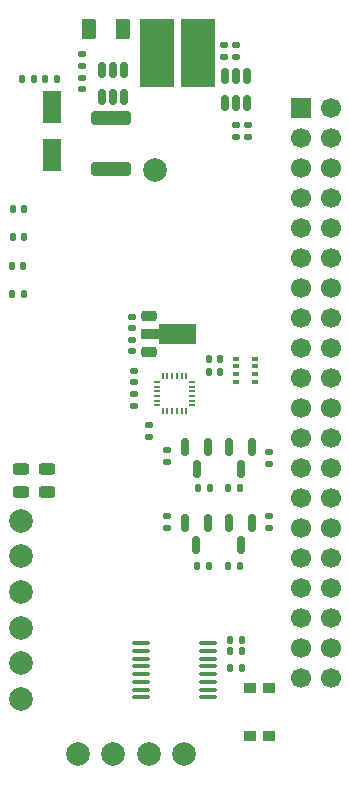
<source format=gbr>
%TF.GenerationSoftware,KiCad,Pcbnew,9.0.1*%
%TF.CreationDate,2025-11-12T14:17:17-05:00*%
%TF.ProjectId,Drone-Flight-Controller,44726f6e-652d-4466-9c69-6768742d436f,rev?*%
%TF.SameCoordinates,Original*%
%TF.FileFunction,Soldermask,Top*%
%TF.FilePolarity,Negative*%
%FSLAX46Y46*%
G04 Gerber Fmt 4.6, Leading zero omitted, Abs format (unit mm)*
G04 Created by KiCad (PCBNEW 9.0.1) date 2025-11-12 14:17:17*
%MOMM*%
%LPD*%
G01*
G04 APERTURE LIST*
G04 Aperture macros list*
%AMRoundRect*
0 Rectangle with rounded corners*
0 $1 Rounding radius*
0 $2 $3 $4 $5 $6 $7 $8 $9 X,Y pos of 4 corners*
0 Add a 4 corners polygon primitive as box body*
4,1,4,$2,$3,$4,$5,$6,$7,$8,$9,$2,$3,0*
0 Add four circle primitives for the rounded corners*
1,1,$1+$1,$2,$3*
1,1,$1+$1,$4,$5*
1,1,$1+$1,$6,$7*
1,1,$1+$1,$8,$9*
0 Add four rect primitives between the rounded corners*
20,1,$1+$1,$2,$3,$4,$5,0*
20,1,$1+$1,$4,$5,$6,$7,0*
20,1,$1+$1,$6,$7,$8,$9,0*
20,1,$1+$1,$8,$9,$2,$3,0*%
%AMFreePoly0*
4,1,9,3.862500,-0.866500,0.737500,-0.866500,0.737500,-0.450000,-0.737500,-0.450000,-0.737500,0.450000,0.737500,0.450000,0.737500,0.866500,3.862500,0.866500,3.862500,-0.866500,3.862500,-0.866500,$1*%
G04 Aperture macros list end*
%ADD10RoundRect,0.140000X0.170000X-0.140000X0.170000X0.140000X-0.170000X0.140000X-0.170000X-0.140000X0*%
%ADD11RoundRect,0.250000X0.375000X0.625000X-0.375000X0.625000X-0.375000X-0.625000X0.375000X-0.625000X0*%
%ADD12C,2.000000*%
%ADD13RoundRect,0.135000X-0.135000X-0.185000X0.135000X-0.185000X0.135000X0.185000X-0.135000X0.185000X0*%
%ADD14RoundRect,0.140000X-0.170000X0.140000X-0.170000X-0.140000X0.170000X-0.140000X0.170000X0.140000X0*%
%ADD15RoundRect,0.135000X-0.185000X0.135000X-0.185000X-0.135000X0.185000X-0.135000X0.185000X0.135000X0*%
%ADD16R,3.000000X5.835000*%
%ADD17R,0.500000X0.350000*%
%ADD18RoundRect,0.243750X0.456250X-0.243750X0.456250X0.243750X-0.456250X0.243750X-0.456250X-0.243750X0*%
%ADD19R,1.000000X0.900000*%
%ADD20RoundRect,0.100000X-0.637500X-0.100000X0.637500X-0.100000X0.637500X0.100000X-0.637500X0.100000X0*%
%ADD21RoundRect,0.135000X0.185000X-0.135000X0.185000X0.135000X-0.185000X0.135000X-0.185000X-0.135000X0*%
%ADD22RoundRect,0.150000X0.150000X-0.512500X0.150000X0.512500X-0.150000X0.512500X-0.150000X-0.512500X0*%
%ADD23RoundRect,0.135000X0.135000X0.185000X-0.135000X0.185000X-0.135000X-0.185000X0.135000X-0.185000X0*%
%ADD24RoundRect,0.147500X-0.147500X-0.172500X0.147500X-0.172500X0.147500X0.172500X-0.147500X0.172500X0*%
%ADD25RoundRect,0.150000X-0.150000X0.512500X-0.150000X-0.512500X0.150000X-0.512500X0.150000X0.512500X0*%
%ADD26RoundRect,0.225000X-0.425000X-0.225000X0.425000X-0.225000X0.425000X0.225000X-0.425000X0.225000X0*%
%ADD27FreePoly0,0.000000*%
%ADD28RoundRect,0.243750X-0.456250X0.243750X-0.456250X-0.243750X0.456250X-0.243750X0.456250X0.243750X0*%
%ADD29RoundRect,0.150000X-0.150000X0.587500X-0.150000X-0.587500X0.150000X-0.587500X0.150000X0.587500X0*%
%ADD30RoundRect,0.250000X-1.450000X0.312500X-1.450000X-0.312500X1.450000X-0.312500X1.450000X0.312500X0*%
%ADD31RoundRect,0.140000X-0.140000X-0.170000X0.140000X-0.170000X0.140000X0.170000X-0.140000X0.170000X0*%
%ADD32RoundRect,0.140000X0.140000X0.170000X-0.140000X0.170000X-0.140000X-0.170000X0.140000X-0.170000X0*%
%ADD33RoundRect,0.050000X-0.050000X0.225000X-0.050000X-0.225000X0.050000X-0.225000X0.050000X0.225000X0*%
%ADD34RoundRect,0.050000X-0.225000X-0.050000X0.225000X-0.050000X0.225000X0.050000X-0.225000X0.050000X0*%
%ADD35RoundRect,0.250000X0.550000X-1.137500X0.550000X1.137500X-0.550000X1.137500X-0.550000X-1.137500X0*%
%ADD36R,1.700000X1.700000*%
%ADD37C,1.700000*%
G04 APERTURE END LIST*
D10*
%TO.C,C3*%
X23600000Y-41080000D03*
X23600000Y-40120000D03*
%TD*%
D11*
%TO.C,F1*%
X22800000Y-13800000D03*
X20000000Y-13800000D03*
%TD*%
D12*
%TO.C,J10*%
X19000000Y-75200000D03*
%TD*%
D13*
%TO.C,R4*%
X16200000Y-18000000D03*
X17220000Y-18000000D03*
%TD*%
D14*
%TO.C,C9*%
X23800000Y-44720000D03*
X23800000Y-45680000D03*
%TD*%
D15*
%TO.C,R6*%
X32400000Y-21890000D03*
X32400000Y-22910000D03*
%TD*%
D16*
%TO.C,J2*%
X25700000Y-15800000D03*
%TD*%
D14*
%TO.C,C7*%
X25000000Y-47320000D03*
X25000000Y-48280000D03*
%TD*%
D17*
%TO.C,U5*%
X33985000Y-41700000D03*
X33985000Y-42350000D03*
X33985000Y-43000000D03*
X33985000Y-43650000D03*
X32385000Y-43650000D03*
X32385000Y-43000000D03*
X32385000Y-42350000D03*
X32385000Y-41700000D03*
%TD*%
D12*
%TO.C,J6*%
X14185000Y-61475000D03*
%TD*%
D18*
%TO.C,D5*%
X14200000Y-52937500D03*
X14200000Y-51062500D03*
%TD*%
D13*
%TO.C,R15*%
X29180000Y-52600000D03*
X30200000Y-52600000D03*
%TD*%
D19*
%TO.C,SW1*%
X35200000Y-69550000D03*
X35200000Y-73650000D03*
X33600000Y-69550000D03*
X33600000Y-73650000D03*
%TD*%
D13*
%TO.C,R17*%
X29077500Y-59200000D03*
X30097500Y-59200000D03*
%TD*%
D20*
%TO.C,U6*%
X24322500Y-65800000D03*
X24322500Y-66450000D03*
X24322500Y-67100000D03*
X24322500Y-67750000D03*
X24322500Y-68400000D03*
X24322500Y-69050000D03*
X24322500Y-69700000D03*
X24322500Y-70350000D03*
X30047500Y-70350000D03*
X30047500Y-69700000D03*
X30047500Y-69050000D03*
X30047500Y-68400000D03*
X30047500Y-67750000D03*
X30047500Y-67100000D03*
X30047500Y-66450000D03*
X30047500Y-65800000D03*
%TD*%
D15*
%TO.C,R1*%
X31385000Y-15165000D03*
X31385000Y-16185000D03*
%TD*%
D21*
%TO.C,R5*%
X33400000Y-22910000D03*
X33400000Y-21890000D03*
%TD*%
D22*
%TO.C,U2*%
X21050000Y-19537500D03*
X22000000Y-19537500D03*
X22950000Y-19537500D03*
X22950000Y-17262500D03*
X22000000Y-17262500D03*
X21050000Y-17262500D03*
%TD*%
D23*
%TO.C,R18*%
X32710000Y-59200000D03*
X31690000Y-59200000D03*
%TD*%
D14*
%TO.C,C6*%
X23800000Y-42720000D03*
X23800000Y-43680000D03*
%TD*%
D24*
%TO.C,D1*%
X13515000Y-29000000D03*
X14485000Y-29000000D03*
%TD*%
D21*
%TO.C,R2*%
X32385000Y-16185000D03*
X32385000Y-15165000D03*
%TD*%
D25*
%TO.C,U3*%
X33335000Y-17737500D03*
X32385000Y-17737500D03*
X31435000Y-17737500D03*
X31435000Y-20012500D03*
X32385000Y-20012500D03*
X33335000Y-20012500D03*
%TD*%
D26*
%TO.C,U1*%
X25050000Y-38100000D03*
D27*
X25137500Y-39600000D03*
D26*
X25050000Y-41100000D03*
%TD*%
D28*
%TO.C,D4*%
X16400000Y-51062500D03*
X16400000Y-52937500D03*
%TD*%
D29*
%TO.C,Q2*%
X30012500Y-49125000D03*
X28112500Y-49125000D03*
X29062500Y-51000000D03*
%TD*%
D30*
%TO.C,L1*%
X21785000Y-21337500D03*
X21785000Y-25612500D03*
%TD*%
D15*
%TO.C,R13*%
X26587500Y-55000000D03*
X26587500Y-56020000D03*
%TD*%
D13*
%TO.C,R3*%
X14290000Y-18000000D03*
X15310000Y-18000000D03*
%TD*%
D23*
%TO.C,R16*%
X32710000Y-52600000D03*
X31690000Y-52600000D03*
%TD*%
D31*
%TO.C,C10*%
X30105000Y-41675000D03*
X31065000Y-41675000D03*
%TD*%
D12*
%TO.C,J12*%
X25000000Y-75200000D03*
%TD*%
%TO.C,J11*%
X22000000Y-75200000D03*
%TD*%
D29*
%TO.C,Q4*%
X30000000Y-55600000D03*
X28100000Y-55600000D03*
X29050000Y-57475000D03*
%TD*%
D12*
%TO.C,J4*%
X14200000Y-58400000D03*
%TD*%
D23*
%TO.C,R9*%
X32895000Y-65475000D03*
X31875000Y-65475000D03*
%TD*%
%TO.C,R10*%
X32895000Y-66475000D03*
X31875000Y-66475000D03*
%TD*%
D24*
%TO.C,D3*%
X13430000Y-33800000D03*
X14400000Y-33800000D03*
%TD*%
%TO.C,D2*%
X13515000Y-31400000D03*
X14485000Y-31400000D03*
%TD*%
D14*
%TO.C,C4*%
X19400000Y-17920000D03*
X19400000Y-18880000D03*
%TD*%
D32*
%TO.C,C8*%
X31065000Y-42800000D03*
X30105000Y-42800000D03*
%TD*%
D12*
%TO.C,J9*%
X14185000Y-70475000D03*
%TD*%
D29*
%TO.C,Q3*%
X33750000Y-49125000D03*
X31850000Y-49125000D03*
X32800000Y-51000000D03*
%TD*%
D33*
%TO.C,U4*%
X28200000Y-43150000D03*
X27800000Y-43150000D03*
X27400000Y-43150000D03*
X27000000Y-43150000D03*
X26600000Y-43150000D03*
X26200000Y-43150000D03*
D34*
X25700000Y-43650000D03*
X25700000Y-44050000D03*
X25700000Y-44450000D03*
X25700000Y-44850000D03*
X25700000Y-45250000D03*
X25700000Y-45650000D03*
D33*
X26200000Y-46150000D03*
X26600000Y-46150000D03*
X27000000Y-46150000D03*
X27400000Y-46150000D03*
X27800000Y-46150000D03*
X28200000Y-46150000D03*
D34*
X28700000Y-45650000D03*
X28700000Y-45250000D03*
X28700000Y-44850000D03*
X28700000Y-44450000D03*
X28700000Y-44050000D03*
X28700000Y-43650000D03*
%TD*%
D14*
%TO.C,C2*%
X23600000Y-38120000D03*
X23600000Y-39080000D03*
%TD*%
D29*
%TO.C,Q5*%
X33737500Y-55600000D03*
X31837500Y-55600000D03*
X32787500Y-57475000D03*
%TD*%
D35*
%TO.C,C5*%
X16800000Y-24462500D03*
X16800000Y-20337500D03*
%TD*%
D14*
%TO.C,C1*%
X19400000Y-15920000D03*
X19400000Y-16880000D03*
%TD*%
D23*
%TO.C,R8*%
X32895000Y-67875000D03*
X31875000Y-67875000D03*
%TD*%
D15*
%TO.C,R14*%
X35187500Y-55000000D03*
X35187500Y-56020000D03*
%TD*%
D13*
%TO.C,R7*%
X13400000Y-36200000D03*
X14420000Y-36200000D03*
%TD*%
D15*
%TO.C,R12*%
X35200000Y-49580000D03*
X35200000Y-50600000D03*
%TD*%
D12*
%TO.C,TP1*%
X25585000Y-25675000D03*
%TD*%
%TO.C,J5*%
X14200000Y-55400000D03*
%TD*%
D21*
%TO.C,R11*%
X26600000Y-50420000D03*
X26600000Y-49400000D03*
%TD*%
D12*
%TO.C,J7*%
X14185000Y-64475000D03*
%TD*%
D16*
%TO.C,J1*%
X29200000Y-15800000D03*
%TD*%
D12*
%TO.C,J13*%
X28000000Y-75200000D03*
%TD*%
%TO.C,J8*%
X14185000Y-67475000D03*
%TD*%
D36*
%TO.C,J3*%
X37925000Y-20475000D03*
D37*
X40465000Y-20475000D03*
X37925000Y-23015000D03*
X40465000Y-23015000D03*
X37925000Y-25555000D03*
X40465000Y-25555000D03*
X37925000Y-28095000D03*
X40465000Y-28095000D03*
X37925000Y-30635000D03*
X40465000Y-30635000D03*
X37925000Y-33175000D03*
X40465000Y-33175000D03*
X37925000Y-35715000D03*
X40465000Y-35715000D03*
X37925000Y-38255000D03*
X40465000Y-38255000D03*
X37925000Y-40795000D03*
X40465000Y-40795000D03*
X37925000Y-43335000D03*
X40465000Y-43335000D03*
X37925000Y-45875000D03*
X40465000Y-45875000D03*
X37925000Y-48415000D03*
X40465000Y-48415000D03*
X37925000Y-50955000D03*
X40465000Y-50955000D03*
X37925000Y-53495000D03*
X40465000Y-53495000D03*
X37925000Y-56035000D03*
X40465000Y-56035000D03*
X37925000Y-58575000D03*
X40465000Y-58575000D03*
X37925000Y-61115000D03*
X40465000Y-61115000D03*
X37925000Y-63655000D03*
X40465000Y-63655000D03*
X37925000Y-66195000D03*
X40465000Y-66195000D03*
X37925000Y-68735000D03*
X40465000Y-68735000D03*
%TD*%
M02*

</source>
